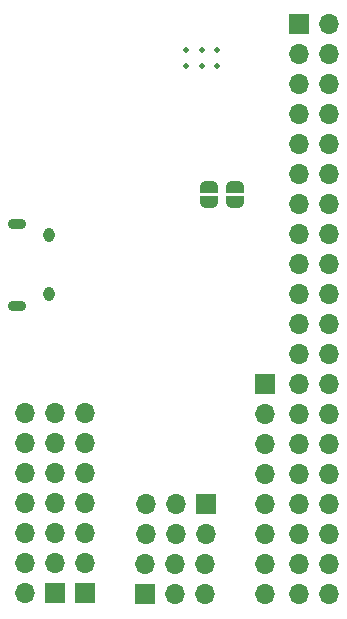
<source format=gbr>
%TF.GenerationSoftware,KiCad,Pcbnew,(6.0.0-0)*%
%TF.CreationDate,2022-01-13T06:26:07-05:00*%
%TF.ProjectId,piUAV,70695541-562e-46b6-9963-61645f706362,rev?*%
%TF.SameCoordinates,Original*%
%TF.FileFunction,Soldermask,Bot*%
%TF.FilePolarity,Negative*%
%FSLAX46Y46*%
G04 Gerber Fmt 4.6, Leading zero omitted, Abs format (unit mm)*
G04 Created by KiCad (PCBNEW (6.0.0-0)) date 2022-01-13 06:26:07*
%MOMM*%
%LPD*%
G01*
G04 APERTURE LIST*
G04 Aperture macros list*
%AMFreePoly0*
4,1,22,0.500000,-0.750000,0.000000,-0.750000,0.000000,-0.745033,-0.079941,-0.743568,-0.215256,-0.701293,-0.333266,-0.622738,-0.424486,-0.514219,-0.481581,-0.384460,-0.499164,-0.250000,-0.500000,-0.250000,-0.500000,0.250000,-0.499164,0.250000,-0.499963,0.256109,-0.478152,0.396186,-0.417904,0.524511,-0.324060,0.630769,-0.204165,0.706417,-0.067858,0.745374,0.000000,0.744959,0.000000,0.750000,
0.500000,0.750000,0.500000,-0.750000,0.500000,-0.750000,$1*%
%AMFreePoly1*
4,1,20,0.000000,0.744959,0.073905,0.744508,0.209726,0.703889,0.328688,0.626782,0.421226,0.519385,0.479903,0.390333,0.500000,0.250000,0.500000,-0.250000,0.499851,-0.262216,0.476331,-0.402017,0.414519,-0.529596,0.319384,-0.634700,0.198574,-0.708877,0.061801,-0.746166,0.000000,-0.745033,0.000000,-0.750000,-0.500000,-0.750000,-0.500000,0.750000,0.000000,0.750000,0.000000,0.744959,
0.000000,0.744959,$1*%
G04 Aperture macros list end*
%ADD10R,1.700000X1.700000*%
%ADD11O,1.700000X1.700000*%
%ADD12C,0.499999*%
%ADD13O,1.550000X0.890000*%
%ADD14O,0.950000X1.250000*%
%ADD15FreePoly0,270.000000*%
%ADD16FreePoly1,270.000000*%
G04 APERTURE END LIST*
D10*
%TO.C,J6*%
X122225000Y-100600000D03*
D11*
X122225000Y-98060000D03*
X124765000Y-100600000D03*
X124765000Y-98060000D03*
X127305000Y-100600000D03*
X127305000Y-98060000D03*
%TD*%
D10*
%TO.C,J2*%
X127325000Y-93025000D03*
D11*
X127325000Y-95565000D03*
X124785000Y-93025000D03*
X124785000Y-95565000D03*
X122245000Y-93025000D03*
X122245000Y-95565000D03*
%TD*%
D10*
%TO.C,J3*%
X117100000Y-100500000D03*
D11*
X117100000Y-97960000D03*
X117100000Y-95420000D03*
X117100000Y-92880000D03*
X117100000Y-90340000D03*
X117100000Y-87800000D03*
X117100000Y-85260000D03*
%TD*%
D10*
%TO.C,J7*%
X135225000Y-52375000D03*
D11*
X137765000Y-52375000D03*
X135225000Y-54915000D03*
X137765000Y-54915000D03*
X135225000Y-57455000D03*
X137765000Y-57455000D03*
X135225000Y-59995000D03*
X137765000Y-59995000D03*
X135225000Y-62535000D03*
X137765000Y-62535000D03*
X135225000Y-65075000D03*
X137765000Y-65075000D03*
X135225000Y-67615000D03*
X137765000Y-67615000D03*
X135225000Y-70155000D03*
X137765000Y-70155000D03*
X135225000Y-72695000D03*
X137765000Y-72695000D03*
X135225000Y-75235000D03*
X137765000Y-75235000D03*
X135225000Y-77775000D03*
X137765000Y-77775000D03*
X135225000Y-80315000D03*
X137765000Y-80315000D03*
X135225000Y-82855000D03*
X137765000Y-82855000D03*
X135225000Y-85395000D03*
X137765000Y-85395000D03*
X135225000Y-87935000D03*
X137765000Y-87935000D03*
X135225000Y-90475000D03*
X137765000Y-90475000D03*
X135225000Y-93015000D03*
X137765000Y-93015000D03*
X135225000Y-95555000D03*
X137765000Y-95555000D03*
X135225000Y-98095000D03*
X137765000Y-98095000D03*
X135225000Y-100635000D03*
X137765000Y-100635000D03*
%TD*%
D10*
%TO.C,J5*%
X114575000Y-100500000D03*
D11*
X112035000Y-100500000D03*
X114575000Y-97960000D03*
X112035000Y-97960000D03*
X114575000Y-95420000D03*
X112035000Y-95420000D03*
X114575000Y-92880000D03*
X112035000Y-92880000D03*
X114575000Y-90340000D03*
X112035000Y-90340000D03*
X114575000Y-87800000D03*
X112035000Y-87800000D03*
X114575000Y-85260000D03*
X112035000Y-85260000D03*
%TD*%
D12*
%TO.C,U5*%
X127000000Y-55900001D03*
X125700000Y-55900001D03*
X125700000Y-54599999D03*
X128300000Y-55900001D03*
X128300000Y-54599999D03*
X127000000Y-54599999D03*
%TD*%
D13*
%TO.C,J1*%
X111400000Y-76250000D03*
X111400000Y-69250000D03*
D14*
X114100000Y-70250000D03*
X114100000Y-75250000D03*
%TD*%
D10*
%TO.C,J8*%
X132350000Y-82840000D03*
D11*
X132350000Y-85380000D03*
X132350000Y-87920000D03*
X132350000Y-90460000D03*
X132350000Y-93000000D03*
X132350000Y-95540000D03*
X132350000Y-98080000D03*
X132350000Y-100620000D03*
%TD*%
D15*
%TO.C,JP4*%
X129800000Y-66150000D03*
D16*
X129800000Y-67450000D03*
%TD*%
D15*
%TO.C,JP5*%
X127600000Y-66150000D03*
D16*
X127600000Y-67450000D03*
%TD*%
M02*

</source>
